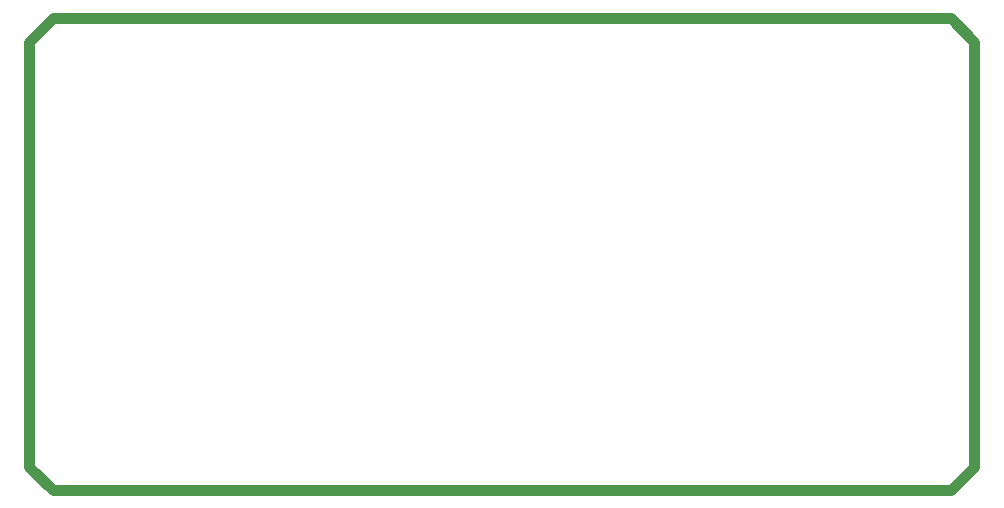
<source format=gbr>
%FSAX24Y24*%
%MOIN*%
G70*
G01*
G75*
G04 Layer_Color=16711935*
%ADD10R,0.0433X0.0394*%
%ADD11R,0.0394X0.0433*%
%ADD12R,0.0315X0.0315*%
%ADD13R,0.0846X0.0157*%
%ADD14R,0.0846X0.0157*%
%ADD15R,0.0472X0.0472*%
%ADD16R,0.0591X0.1299*%
%ADD17R,0.0591X0.0394*%
%ADD18R,0.0197X0.0886*%
%ADD19R,0.0807X0.1575*%
%ADD20R,0.0807X0.1378*%
%ADD21R,0.0807X0.1378*%
%ADD22R,0.0315X0.0591*%
%ADD23R,0.0591X0.0512*%
%ADD24C,0.0100*%
%ADD25C,0.0150*%
%ADD26C,0.0080*%
%ADD27C,0.0350*%
%ADD28C,0.0250*%
%ADD29C,0.0200*%
%ADD30C,0.0591*%
%ADD31R,0.0591X0.0591*%
%ADD32R,0.0591X0.0591*%
%ADD33P,0.2131X8X22.5*%
%ADD34C,0.0700*%
%ADD35O,0.0551X0.0591*%
%ADD36C,0.0500*%
%ADD37C,0.0472*%
%ADD38C,0.0315*%
%ADD39C,0.0276*%
%ADD40C,0.0350*%
%ADD41C,0.0354*%
%ADD42R,0.0787X0.0945*%
%ADD43R,0.0472X0.0354*%
%ADD44O,0.0551X0.0110*%
%ADD45R,0.0551X0.0110*%
%ADD46O,0.0110X0.0551*%
%ADD47O,0.0551X0.0110*%
%ADD48R,0.0433X0.0157*%
%ADD49O,0.0433X0.0157*%
%ADD50R,0.0315X0.0354*%
%ADD51R,0.0354X0.0236*%
%ADD52C,0.0070*%
%ADD53C,0.0090*%
%ADD54C,0.0098*%
%ADD55C,0.0079*%
%ADD56C,0.0050*%
%ADD57C,0.0197*%
%ADD58C,0.0120*%
%ADD59R,0.0513X0.0474*%
%ADD60R,0.0474X0.0513*%
%ADD61R,0.0395X0.0395*%
%ADD62R,0.0926X0.0237*%
%ADD63R,0.0926X0.0237*%
%ADD64R,0.0552X0.0552*%
%ADD65R,0.0671X0.1379*%
%ADD66R,0.0671X0.0474*%
%ADD67R,0.0277X0.0966*%
%ADD68R,0.0887X0.1655*%
%ADD69R,0.0887X0.1458*%
%ADD70R,0.0887X0.1458*%
%ADD71R,0.0395X0.0671*%
%ADD72R,0.0671X0.0592*%
%ADD73C,0.0671*%
%ADD74R,0.0671X0.0671*%
%ADD75R,0.0671X0.0671*%
%ADD76P,0.2217X8X22.5*%
%ADD77C,0.0780*%
%ADD78O,0.0631X0.0671*%
%ADD79C,0.0274*%
%ADD80R,0.0867X0.1025*%
%ADD81R,0.0552X0.0434*%
%ADD82O,0.0631X0.0190*%
%ADD83R,0.0631X0.0190*%
%ADD84O,0.0190X0.0631*%
%ADD85O,0.0631X0.0190*%
%ADD86R,0.0513X0.0237*%
%ADD87O,0.0513X0.0237*%
%ADD88R,0.0395X0.0434*%
%ADD89R,0.0434X0.0316*%
%ADD90C,0.0370*%
D27*
X025591Y029921D02*
X055512D01*
D90*
X056299Y014961D02*
Y029134D01*
X025591Y014173D02*
X055512D01*
X024803Y014961D02*
Y029134D01*
Y014961D02*
X025591Y014173D01*
X024803Y029134D02*
X025591Y029921D01*
X055512Y014173D02*
X056299Y014961D01*
X055512Y029921D02*
X056299Y029134D01*
M02*

</source>
